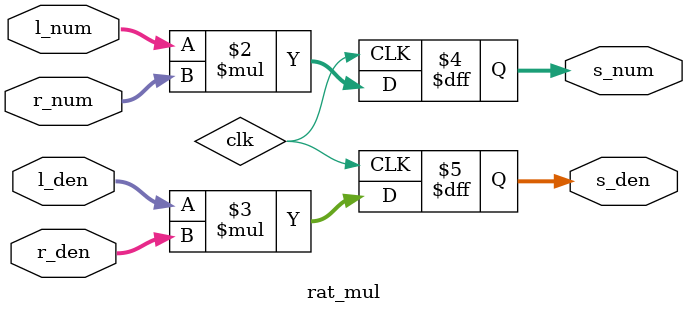
<source format=v>


module rat_mul #(parameter WIDTH=32) (
        // DATA IN
        input [WIDTH-1:0] l_num,
        input [WIDTH-1:0] l_den,
        input [WIDTH-1:0] r_num,
        input [WIDTH-1:0] r_den,
        // DATA OUT
        output reg [WIDTH-1:0] s_num,
        output reg [WIDTH-1:0] s_den
    );

    always @(posedge clk) begin
        s_num <= l_num * r_num;
        s_den <= l_den * r_den;
    end

endmodule

</source>
